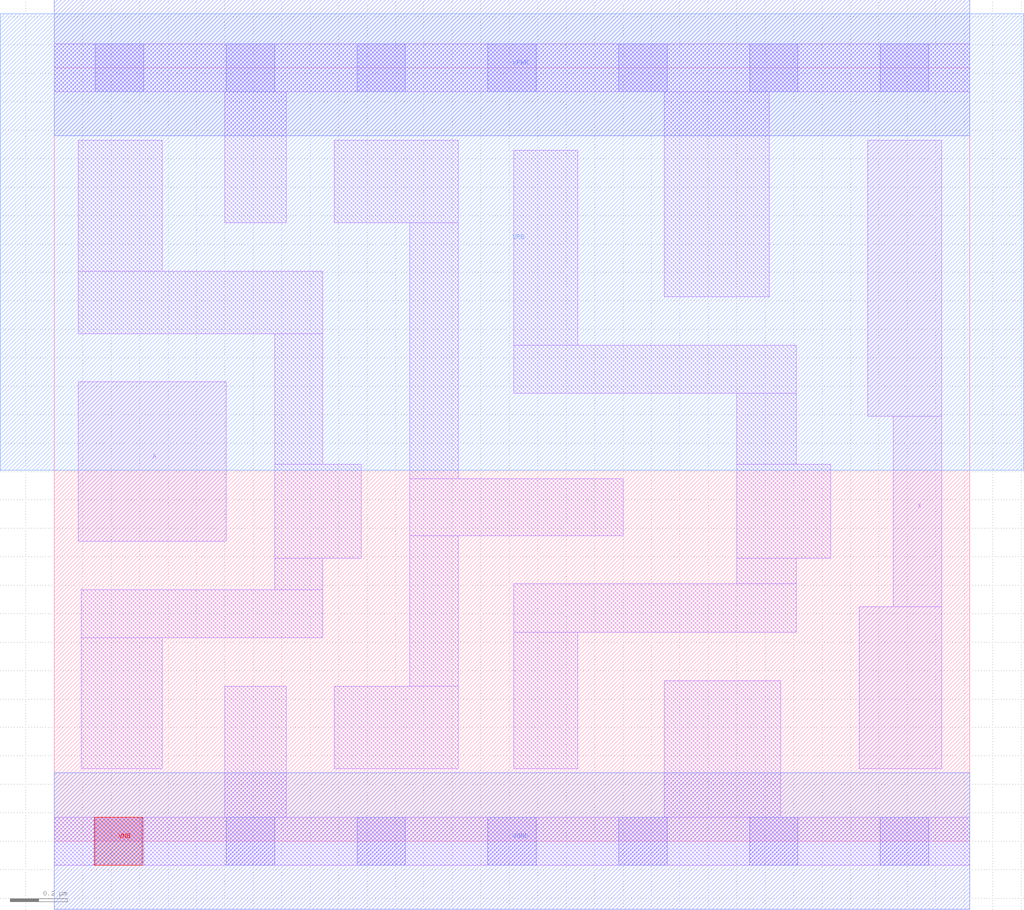
<source format=lef>
# Copyright 2020 The SkyWater PDK Authors
#
# Licensed under the Apache License, Version 2.0 (the "License");
# you may not use this file except in compliance with the License.
# You may obtain a copy of the License at
#
#     https://www.apache.org/licenses/LICENSE-2.0
#
# Unless required by applicable law or agreed to in writing, software
# distributed under the License is distributed on an "AS IS" BASIS,
# WITHOUT WARRANTIES OR CONDITIONS OF ANY KIND, either express or implied.
# See the License for the specific language governing permissions and
# limitations under the License.
#
# SPDX-License-Identifier: Apache-2.0

VERSION 5.7 ;
  NOWIREEXTENSIONATPIN ON ;
  DIVIDERCHAR "/" ;
  BUSBITCHARS "[]" ;
PROPERTYDEFINITIONS
  MACRO maskLayoutSubType STRING ;
  MACRO prCellType STRING ;
  MACRO originalViewName STRING ;
END PROPERTYDEFINITIONS
MACRO sky130_fd_sc_hdll__dlygate4sd1_1
  CLASS CORE ;
  FOREIGN sky130_fd_sc_hdll__dlygate4sd1_1 ;
  ORIGIN  0.000000  0.000000 ;
  SIZE  3.220000 BY  2.720000 ;
  SYMMETRY X Y R90 ;
  SITE unithd ;
  PIN A
    ANTENNAGATEAREA  0.138600 ;
    DIRECTION INPUT ;
    USE SIGNAL ;
    PORT
      LAYER li1 ;
        RECT 0.085000 1.055000 0.605000 1.615000 ;
    END
  END A
  PIN X
    ANTENNADIFFAREA  0.449000 ;
    DIRECTION OUTPUT ;
    USE SIGNAL ;
    PORT
      LAYER li1 ;
        RECT 2.830000 0.255000 3.120000 0.825000 ;
        RECT 2.860000 1.495000 3.120000 2.465000 ;
        RECT 2.950000 0.825000 3.120000 1.495000 ;
    END
  END X
  PIN VGND
    DIRECTION INOUT ;
    USE GROUND ;
    PORT
      LAYER met1 ;
        RECT 0.000000 -0.240000 3.220000 0.240000 ;
    END
  END VGND
  PIN VNB
    DIRECTION INOUT ;
    USE GROUND ;
    PORT
      LAYER pwell ;
        RECT 0.140000 -0.085000 0.310000 0.085000 ;
    END
  END VNB
  PIN VPB
    DIRECTION INOUT ;
    USE POWER ;
    PORT
      LAYER nwell ;
        RECT -0.190000 1.305000 3.410000 2.910000 ;
    END
  END VPB
  PIN VPWR
    DIRECTION INOUT ;
    USE POWER ;
    PORT
      LAYER met1 ;
        RECT 0.000000 2.480000 3.220000 2.960000 ;
    END
  END VPWR
  OBS
    LAYER li1 ;
      RECT 0.000000 -0.085000 3.220000 0.085000 ;
      RECT 0.000000  2.635000 3.220000 2.805000 ;
      RECT 0.085000  1.785000 0.945000 2.005000 ;
      RECT 0.085000  2.005000 0.380000 2.465000 ;
      RECT 0.095000  0.255000 0.380000 0.715000 ;
      RECT 0.095000  0.715000 0.945000 0.885000 ;
      RECT 0.600000  0.085000 0.815000 0.545000 ;
      RECT 0.600000  2.175000 0.815000 2.635000 ;
      RECT 0.775000  0.885000 0.945000 0.995000 ;
      RECT 0.775000  0.995000 1.080000 1.325000 ;
      RECT 0.775000  1.325000 0.945000 1.785000 ;
      RECT 0.985000  0.255000 1.420000 0.545000 ;
      RECT 0.985000  2.175000 1.420000 2.465000 ;
      RECT 1.250000  0.545000 1.420000 1.075000 ;
      RECT 1.250000  1.075000 2.000000 1.275000 ;
      RECT 1.250000  1.275000 1.420000 2.175000 ;
      RECT 1.615000  0.255000 1.840000 0.735000 ;
      RECT 1.615000  0.735000 2.610000 0.905000 ;
      RECT 1.615000  1.575000 2.610000 1.745000 ;
      RECT 1.615000  1.745000 1.840000 2.430000 ;
      RECT 2.145000  0.085000 2.555000 0.565000 ;
      RECT 2.145000  1.915000 2.515000 2.635000 ;
      RECT 2.400000  0.905000 2.610000 0.995000 ;
      RECT 2.400000  0.995000 2.730000 1.325000 ;
      RECT 2.400000  1.325000 2.610000 1.575000 ;
    LAYER mcon ;
      RECT 0.145000 -0.085000 0.315000 0.085000 ;
      RECT 0.145000  2.635000 0.315000 2.805000 ;
      RECT 0.605000 -0.085000 0.775000 0.085000 ;
      RECT 0.605000  2.635000 0.775000 2.805000 ;
      RECT 1.065000 -0.085000 1.235000 0.085000 ;
      RECT 1.065000  2.635000 1.235000 2.805000 ;
      RECT 1.525000 -0.085000 1.695000 0.085000 ;
      RECT 1.525000  2.635000 1.695000 2.805000 ;
      RECT 1.985000 -0.085000 2.155000 0.085000 ;
      RECT 1.985000  2.635000 2.155000 2.805000 ;
      RECT 2.445000 -0.085000 2.615000 0.085000 ;
      RECT 2.445000  2.635000 2.615000 2.805000 ;
      RECT 2.905000 -0.085000 3.075000 0.085000 ;
      RECT 2.905000  2.635000 3.075000 2.805000 ;
  END
  PROPERTY maskLayoutSubType "abstract" ;
  PROPERTY prCellType "standard" ;
  PROPERTY originalViewName "layout" ;
END sky130_fd_sc_hdll__dlygate4sd1_1
END LIBRARY

</source>
